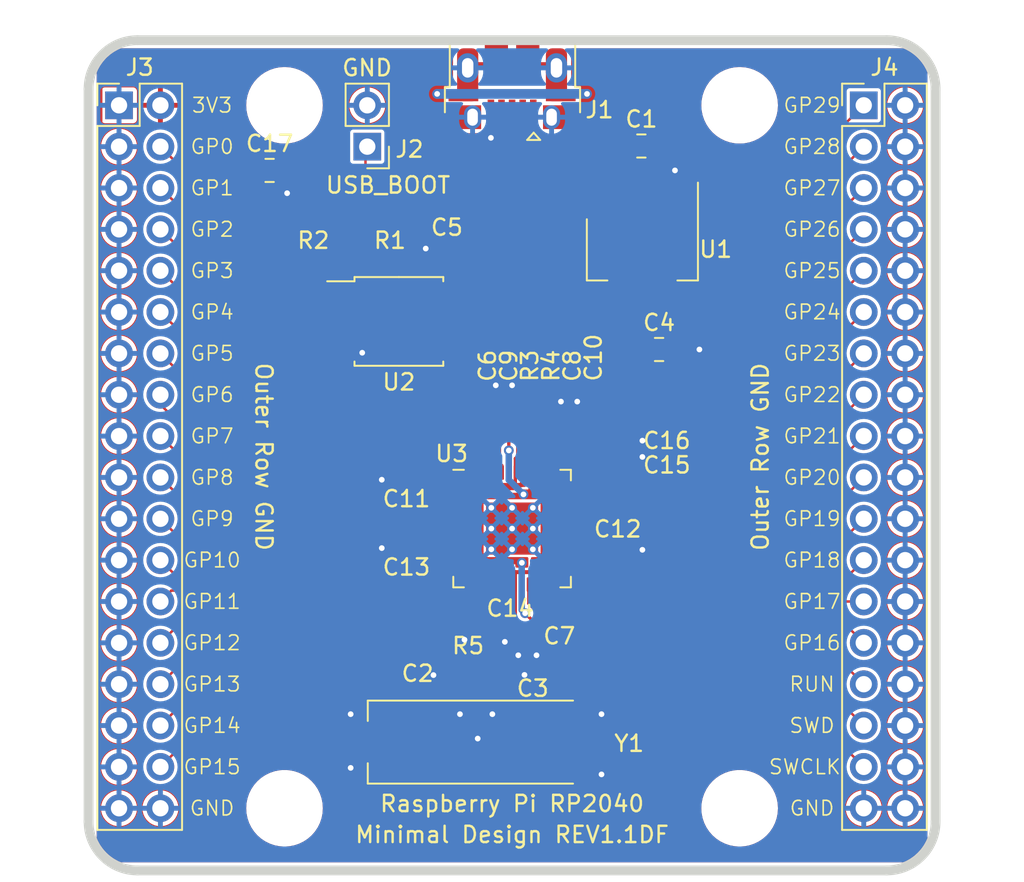
<source format=kicad_pcb>
(kicad_pcb (version 20211014) (generator pcbnew)
  (title_block (title "RP2040 Minimal Design Example") (date "2020-07-13") (rev "REV1") (company "Raspberry Pi (Trading) Ltd"))
  (layers (0 "F.Cu" signal) (31 "B.Cu" signal) (34 "B.Paste" user) (35 "F.Paste" user) (36 "B.SilkS" user "B.Silkscreen") (37 "F.SilkS" user "F.Silkscreen") (38 "B.Mask" user) (39 "F.Mask" user) (44 "Edge.Cuts" user))
  (net 0 "")
  (net 1 "GND")
  (net 2 "VBUS")
  (net 3 "/XIN")
  (net 4 "/XOUT")
  (net 5 "+3V3")
  (net 6 "+1V1")
  (net 7 "Net-(J1-Pad4)")
  (net 8 "/~{USB_BOOT}")
  (net 9 "/GPIO15")
  (net 10 "/GPIO14")
  (net 11 "/GPIO13")
  (net 12 "/GPIO12")
  (net 13 "/GPIO11")
  (net 14 "/GPIO10")
  (net 15 "/GPIO9")
  (net 16 "/GPIO8")
  (net 17 "/GPIO7")
  (net 18 "/GPIO6")
  (net 19 "/GPIO5")
  (net 20 "/GPIO4")
  (net 21 "/GPIO3")
  (net 22 "/GPIO2")
  (net 23 "/GPIO1")
  (net 24 "/GPIO0")
  (net 25 "/GPIO29_ADC3")
  (net 26 "/GPIO28_ADC2")
  (net 27 "/GPIO27_ADC1")
  (net 28 "/GPIO26_ADC0")
  (net 29 "/GPIO25")
  (net 30 "/GPIO24")
  (net 31 "/GPIO23")
  (net 32 "/GPIO22")
  (net 33 "/GPIO21")
  (net 34 "/GPIO20")
  (net 35 "/GPIO19")
  (net 36 "/GPIO18")
  (net 37 "/GPIO17")
  (net 38 "/GPIO16")
  (net 39 "/RUN")
  (net 40 "/SWD")
  (net 41 "/SWCLK")
  (net 42 "/QSPI_SS")
  (net 43 "Net-(R3-Pad2)")
  (net 44 "Net-(R4-Pad2)")
  (net 45 "/QSPI_SD3")
  (net 46 "/QSPI_SCLK")
  (net 47 "/QSPI_SD0")
  (net 48 "/QSPI_SD2")
  (net 49 "/QSPI_SD1")
  (net 50 "/USB_D+")
  (net 51 "/USB_D-")
  (net 52 "Net-(C3-Pad1)")
  (footprint "Capacitor_SMD:C_0805_2012Metric" (layer "F.Cu") (at 109.025 89)
    (fp_text reference "C4")
    (fp_text value "10u")
  )
  (footprint "RP2040_minimal:USB_Micro-B_Amphenol_10103594-0001LF_Horizontal_modified" (layer "F.Cu") (at 100 71.7 180)
    (fp_text reference "J1")
    (fp_text value "USB_B_Micro")
  )
  (footprint "Connector_PinHeader_2.54mm:PinHeader_1x02_P2.54mm_Vertical" (layer "F.Cu") (at 91.11 76.54 180)
    (fp_text reference "J2")
    (fp_text value "Conn_01x02")
  )
  (footprint "Connector_PinHeader_2.54mm:PinHeader_2x18_P2.54mm_Vertical" (layer "F.Cu") (at 75.87 74)
    (fp_text reference "J3")
    (fp_text value "Conn_02x18_Odd_Even")
  )
  (footprint "Capacitor_SMD:C_0402_1005Metric" (layer "F.Cu") (at 104 93.515 90)
    (fp_text reference "C10")
    (fp_text value "1u")
  )
  (footprint "Capacitor_SMD:C_0402_1005Metric" (layer "F.Cu") (at 103 93.515 90)
    (fp_text reference "C8")
    (fp_text value "1u")
  )
  (footprint "Capacitor_SMD:C_0402_1005Metric" (layer "F.Cu") (at 93.515 101.2 180)
    (fp_text reference "C13")
    (fp_text value "100n")
  )
  (footprint "Capacitor_SMD:C_0402_1005Metric" (layer "F.Cu") (at 96.185 82.83 180)
    (fp_text reference "C5")
    (fp_text value "100n")
  )
  (footprint "Capacitor_SMD:C_0402_1005Metric" (layer "F.Cu") (at 89.5 82.315 -90)
    (fp_text reference "R2")
    (fp_text value "DNF")
  )
  (footprint "Connector_PinHeader_2.54mm:PinHeader_2x18_P2.54mm_Vertical" (layer "F.Cu") (at 121.59 74)
    (fp_text reference "J4")
    (fp_text value "Conn_02x18_Odd_Even")
  )
  (footprint "Package_TO_SOT_SMD:SOT-223-3_TabPin2" (layer "F.Cu") (at 108 82.85 -90)
    (fp_text reference "U1")
    (fp_text value "NCP1117-3.3_SOT223")
  )
  (footprint "Package_SO:SOIC-8_5.23x5.23mm_P1.27mm" (layer "F.Cu") (at 93.05 87.275)
    (fp_text reference "U2")
    (fp_text value "W25Q128JVS")
  )
  (footprint "Capacitor_SMD:C_0402_1005Metric" (layer "F.Cu") (at 99.485 109)
    (fp_text reference "C3")
    (fp_text value "27p")
  )
  (footprint "Capacitor_SMD:C_0402_1005Metric" (layer "F.Cu") (at 91 82.315 90)
    (fp_text reference "R1")
    (fp_text value "1k")
  )
  (footprint "Capacitor_SMD:C_0402_1005Metric" (layer "F.Cu") (at 100 92.515 90)
    (fp_text reference "C9")
    (fp_text value "100n")
  )
  (footprint "Capacitor_SMD:C_0402_1005Metric" (layer "F.Cu") (at 106.485 101.2)
    (fp_text reference "C12")
    (fp_text value "100n")
  )
  (footprint "Capacitor_SMD:C_0402_1005Metric" (layer "F.Cu") (at 100.381 106.485 -90)
    (fp_text reference "C14")
    (fp_text value "100n")
  )
  (footprint "Capacitor_SMD:C_0402_1005Metric" (layer "F.Cu") (at 101 93.515 -90)
    (fp_text reference "R3")
    (fp_text value "27")
  )
  (footprint "Capacitor_SMD:C_0402_1005Metric" (layer "F.Cu") (at 101.5 106.485 -90)
    (fp_text reference "C7")
    (fp_text value "100n")
  )
  (footprint "Capacitor_SMD:C_0805_2012Metric" (layer "F.Cu") (at 107.9375 76.5)
    (fp_text reference "C1")
    (fp_text value "10u")
  )
  (footprint "Capacitor_SMD:C_0402_1005Metric" (layer "F.Cu") (at 93.515 97 180)
    (fp_text reference "C11")
    (fp_text value "100n")
  )
  (footprint "Capacitor_SMD:C_0402_1005Metric" (layer "F.Cu") (at 106.485 94.6)
    (fp_text reference "C16")
    (fp_text value "100n")
  )
  (footprint "RP2040_minimal:RP2040-QFN-56" (layer "F.Cu") (at 100 100)
    (fp_text reference "U3")
    (fp_text value "RP2040")
  )
  (footprint "Capacitor_SMD:C_0402_1005Metric" (layer "F.Cu") (at 96.515 109 180)
    (fp_text reference "C2")
    (fp_text value "27p")
  )
  (footprint "MountingHole:MountingHole_2.7mm_M2.5" (layer "F.Cu") (at 113.97 74)
    (fp_text reference "H2" hide)
    (fp_text value "MountingHole")
  )
  (footprint "Capacitor_SMD:C_0402_1005Metric" (layer "F.Cu") (at 102 93.515 -90)
    (fp_text reference "R4")
    (fp_text value "27")
  )
  (footprint "MountingHole:MountingHole_2.7mm_M2.5" (layer "F.Cu") (at 113.97 117.18)
    (fp_text reference "H3" hide)
    (fp_text value "MountingHole")
  )
  (footprint "Capacitor_SMD:C_0402_1005Metric" (layer "F.Cu") (at 99 92.515 90)
    (fp_text reference "C6")
    (fp_text value "100n")
  )
  (footprint "Capacitor_SMD:C_0402_1005Metric" (layer "F.Cu") (at 106.485 96)
    (fp_text reference "C15")
    (fp_text value "100n")
  )
  (footprint "Capacitor_SMD:C_0402_1005Metric" (layer "F.Cu") (at 98.7 107.115 -90)
    (fp_text reference "R5")
    (fp_text value "1k")
  )
  (footprint "MountingHole:MountingHole_2.7mm_M2.5" (layer "F.Cu") (at 86.03 74)
    (fp_text reference "H1" hide)
    (fp_text value "MountingHole")
  )
  (footprint "MountingHole:MountingHole_2.7mm_M2.5" (layer "F.Cu") (at 86.03 117.18)
    (fp_text reference "H4" hide)
    (fp_text value "MountingHole")
  )
  (footprint "RP2040_minimal:Crystal_SMD_HC49-US" (layer "F.Cu") (at 97.841 113.116)
    (fp_text reference "Y1")
    (fp_text value "ABLS-12.000MHZ-B4-T")
  )
  (footprint "Capacitor_SMD:C_0805_2012Metric" (layer "F.Cu") (at 85.115 78)
    (fp_text reference "C17")
    (fp_text value "10u")
  )
  (gr_line (start 123 121) (end 77 121) (layer "Edge.Cuts") (width 0.6))
  (gr_line (start 126 73) (end 126 118) (layer "Edge.Cuts") (width 0.6))
  (gr_line (start 77 70) (end 123 70) (layer "Edge.Cuts") (width 0.6))
  (gr_line (start 74 118) (end 74 73) (layer "Edge.Cuts") (width 0.6))
  (gr_arc (start 126 118) (mid 125.12132 120.12132) (end 123 121) (layer "Edge.Cuts") (width 0.6))
  (gr_arc (start 74 73) (mid 74.87868 70.87868) (end 77 70) (layer "Edge.Cuts") (width 0.6))
  (gr_arc (start 123 70) (mid 125.12132 70.87868) (end 126 73) (layer "Edge.Cuts") (width 0.6))
  (gr_arc (start 77 121) (mid 74.87868 120.12132) (end 74 118) (layer "Edge.Cuts") (width 0.6))
  (gr_text "GP1" (at 81.585 79.08) (layer "F.SilkS") (effects (font (size 0.9 0.9) (thickness 0.1))))
  (gr_text "GP2" (at 81.585 81.62) (layer "F.SilkS") (effects (font (size 0.9 0.9) (thickness 0.1))))
  (gr_text "GP3" (at 81.585 84.16) (layer "F.SilkS") (effects (font (size 0.9 0.9) (thickness 0.1))))
  (gr_text "GP4" (at 81.585 86.7) (layer "F.SilkS") (effects (font (size 0.9 0.9) (thickness 0.1))))
  (gr_text "GP5" (at 81.585 89.24) (layer "F.SilkS") (effects (font (size 0.9 0.9) (thickness 0.1))))
  (gr_text "GP6" (at 81.585 91.78) (layer "F.SilkS") (effects (font (size 0.9 0.9) (thickness 0.1))))
  (gr_text "GP7" (at 81.585 94.32) (layer "F.SilkS") (effects (font (size 0.9 0.9) (thickness 0.1))))
  (gr_text "GP8" (at 81.585 96.86) (layer "F.SilkS") (effects (font (size 0.9 0.9) (thickness 0.1))))
  (gr_text "GP9" (at 81.585 99.4) (layer "F.SilkS") (effects (font (size 0.9 0.9) (thickness 0.1))))
  (gr_text "GP11" (at 81.585 104.48) (layer "F.SilkS") (effects (font (size 0.9 0.9) (thickness 0.1))))
  (gr_text "GP10" (at 81.585 101.94) (layer "F.SilkS") (effects (font (size 0.9 0.9) (thickness 0.1))))
  (gr_text "GP12" (at 81.585 107.02) (layer "F.SilkS") (effects (font (size 0.9 0.9) (thickness 0.1))))
  (gr_text "GP13" (at 81.585 109.56) (layer "F.SilkS") (effects (font (size 0.9 0.9) (thickness 0.1))))
  (gr_text "GP15" (at 81.585 114.64) (layer "F.SilkS") (effects (font (size 0.9 0.9) (thickness 0.1))))
  (gr_text "GP14" (at 81.585 112.1) (layer "F.SilkS") (effects (font (size 0.9 0.9) (thickness 0.1))))
  (gr_text "GP28" (at 118.415 76.54) (layer "F.SilkS") (effects (font (size 0.9 0.9) (thickness 0.1))))
  (gr_text "GP27" (at 118.415 79.08) (layer "F.SilkS") (effects (font (size 0.9 0.9) (thickness 0.1))))
  (gr_text "GP26" (at 118.415 81.62) (layer "F.SilkS") (effects (font (size 0.9 0.9) (thickness 0.1))))
  (gr_text "GP25" (at 118.415 84.16) (layer "F.SilkS") (effects (font (size 0.9 0.9) (thickness 0.1))))
  (gr_text "GP24" (at 118.415 86.7) (layer "F.SilkS") (effects (font (size 0.9 0.9) (thickness 0.1))))
  (gr_text "GP23" (at 118.415 89.24) (layer "F.SilkS") (effects (font (size 0.9 0.9) (thickness 0.1))))
  (gr_text "GP21" (at 118.415 94.32) (layer "F.SilkS") (effects (font (size 0.9 0.9) (thickness 0.1))))
  (gr_text "GP20" (at 118.415 96.86) (layer "F.SilkS") (effects (font (size 0.9 0.9) (thickness 0.1))))
  (gr_text "GP19" (at 118.415 99.4) (layer "F.SilkS") (effects (font (size 0.9 0.9) (thickness 0.1))))
  (gr_text "GP17" (at 118.415 104.48) (layer "F.SilkS") (effects (font (size 0.9 0.9) (thickness 0.1))))
  (gr_text "GP22" (at 118.415 91.78) (layer "F.SilkS") (effects (font (size 0.9 0.9) (thickness 0.1))))
  (gr_text "GP18" (at 118.415 101.94) (layer "F.SilkS") (effects (font (size 0.9 0.9) (thickness 0.1))))
  (gr_text "SWCLK" (at 117.9705 114.64) (layer "F.SilkS") (effects (font (size 0.9 0.9) (thickness 0.1))))
  (gr_text "SWD" (at 118.415 112.1) (layer "F.SilkS") (effects (font (size 0.9 0.9) (thickness 0.1))))
  (gr_text "GP16" (at 118.415 107.02) (layer "F.SilkS") (effects (font (size 0.9 0.9) (thickness 0.1))))
  (gr_text "RUN" (at 118.415 109.56) (layer "F.SilkS") (effects (font (size 0.9 0.9) (thickness 0.1))))
  (gr_text "GND" (at 81.585 117.18) (layer "F.SilkS") (effects (font (size 0.9 0.9) (thickness 0.1))))
  (gr_text "GND" (at 118.415 117.18) (layer "F.SilkS") (effects (font (size 0.9 0.9) (thickness 0.1))))
  (gr_text "GP29" (at 118.415 74) (layer "F.SilkS") (effects (font (size 0.9 0.9) (thickness 0.1))))
  (gr_text "Outer Row GND" (at 84.76 95.59 270) (layer "F.SilkS") (effects (font (size 1 1))))
  (gr_text "Outer Row GND" (at 115.24 95.59 90) (layer "F.SilkS") (effects (font (size 1 1))))
  (gr_text "Raspberry Pi RP2040" (at 100 116.9) (layer "F.SilkS") (effects (font (size 1 1))))
  (gr_text "3V3" (at 81.585 74) (layer "F.SilkS") (effects (font (size 0.9 0.9) (thickness 0.1))))
  (gr_text "\nUSB_BOOT" (at 92.38 78.1) (layer "F.SilkS") (effects (font (size 1 1))))
  (gr_text "GND" (at 91.1 71.7) (layer "F.SilkS") (effects (font (size 1 1))))
  (gr_text "Minimal Design REV1.1DF" (at 100 118.8) (layer "F.SilkS") (effects (font (size 1 1))))
  (gr_text "GP0" (at 81.585 76.54) (layer "F.SilkS") (effects (font (size 0.9 0.9) (thickness 0.1))))
  (segment (start 93.03 101.2) (end 92 101.2) (width 0.2) (layer "F.Cu") (net 1))
  (segment (start 106.97 96) (end 107.6 96) (width 0.15) (layer "F.Cu") (net 1))
  (segment (start 107.6 96) (end 108 95.6) (width 0.15) (layer "F.Cu") (net 1))
  (segment (start 99 113.35) (end 99 114.4) (width 0.2) (layer "F.Cu") (net 1))
  (segment (start 97.54 71.45) (end 97.27 71.72) (width 0.2) (layer "F.Cu") (net 1))
  (segment (start 90.78 89.18) (end 90.8 89.2) (width 0.2) (layer "F.Cu") (net 1))
  (segment (start 108.875 76.875) (end 110 78) (width 0.2) (layer "F.Cu") (net 1))
  (segment (start 107.075 101.305) (end 108 101.305) (width 0.2) (layer "F.Cu") (net 1))
  (segment (start 98.7 74.6) (end 98.7 76) (width 0.2) (layer "F.Cu") (net 1))
  (segment (start 104 93.03) (end 104 92.2) (width 0.2) (layer "F.Cu") (net 1))
  (segment (start 102.46 71.45) (end 102.73 71.72) (width 0.2) (layer "F.Cu") (net 1))
  (segment (start 99.97 108.68) (end 99.5555 108.2655) (width 0.15) (layer "F.Cu") (net 1))
  (segment (start 86.19 79) (end 86.19 79.1) (width 0.15) (layer "F.Cu") (net 1))
  (segment (start 99 92.03) (end 99 91.200008) (width 0.2) (layer "F.Cu") (net 1))
  (segment (start 101.5 106.97) (end 101.5 107.782004) (width 0.2) (layer "F.Cu") (net 1))
  (segment (start 103 93.03) (end 103 92.2) (width 0.2) (layer "F.Cu") (net 1))
  (segment (start 99.5555 108.2655) (end 99.5555 108.0995) (width 0.15) (layer "F.Cu") (net 1))
  (segment (start 99 103.4375) (end 99 104.6545) (width 0.15) (layer "F.Cu") (net 1))
  (segment (start 106.97 101.2) (end 107.075 101.305) (width 0.2) (layer "F.Cu") (net 1))
  (segment (start 99.97 109) (end 100.7505 109) (width 0.15) (layer "F.Cu") (net 1))
  (segment (start 95.7 82.83) (end 95.405 82.83) (width 0.2) (layer "F.Cu") (net 1))
  (segment (start 108.875 76.5) (end 108.875 76.875) (width 0.2) (layer "F.Cu") (net 1))
  (segment (start 100.7505 109) (end 100.762 108.9885) (width 0.15) (layer "F.Cu") (net 1))
  (segment (start 100.381 106.97) (end 100.381 107.781984) (width 0.2) (layer "F.Cu") (net 1))
  (segment (start 95.405 82.83) (end 95.375 82.8) (width 0.2) (layer "F.Cu") (net 1))
  (segment (start 110.3 79.7) (end 110.3 78.3) (width 0.2) (layer "F.Cu") (net 1))
  (segment (start 99.97 109) (end 99.97 108.68) (width 0.15) (layer "F.Cu") (net 1))
  (segment (start 100.96 71.45) (end 102.46 71.45) (width 0.2) (layer "F.Cu") (net 1))
  (segment (start 86.14 78) (end 86.14 79.25) (width 0.15) (layer "F.Cu") (net 1))
  (segment (start 86.14 78.95) (end 86.19 79) (width 0.15) (layer "F.Cu") (net 1))
  (segment (start 96.8 111.65) (end 96.8 110.599974) (width 0.2) (layer "F.Cu") (net 1))
  (segment (start 110.3 78.3) (end 110 78) (width 0.2) (layer "F.Cu") (net 1))
  (segment (start 99.04 71.45) (end 97.54 71.45) (width 0.2) (layer "F.Cu") (net 1))
  (segment (start 93.03 97) (end 92 97) (width 0.2) (layer "F.Cu") (net 1))
  (segment (start 95.375 82.8) (end 94.7 82.8) (width 0.2) (layer "F.Cu") (net 1))
  (segment (start 100 92.03) (end 100 91.2) (width 0.2) (layer "F.Cu") (net 1))
  (segment (start 110.05 89) (end 111.5 89) (width 0.2) (layer "F.Cu") (net 1))
  (segment (start 89.45 89.18) (end 90.78 89.18) (width 0.2) (layer "F.Cu") (net 1))
  (segment (start 106.97 94.6) (end 108 94.6) (width 0.2) (layer "F.Cu") (net 1))
  (segment (start 96.03 109) (end 95.174 109) (width 0.2) (layer "F.Cu") (net 1))
  (segment (start 97.079 106.5755) (end 97.079 106.8295) (width 0.15) (layer "F.Cu") (net 1))
  (segment (start 100.381 107.781984) (end 100.380994 107.78199) (width 0.2) (layer "F.Cu") (net 1))
  (segment (start 99 104.6545) (end 97.079 106.5755) (width 0.15) (layer "F.Cu") (net 1))
  (via (at 99.5555 106.9565) (size 0.6) (drill 0.35) (layers "F.Cu" "B.Cu") (net 1))
  (via (at 97.89 112.9) (size 0.6) (drill 0.35) (layers "F.Cu" "B.Cu") (net 1))
  (via (at 98.79 111.4) (size 0.6) (drill 0.35) (layers "F.Cu" "B.Cu") (net 1))
  (via (at 90.09 114.7) (size 0.6) (drill 0.35) (layers "F.Cu" "B.Cu") (net 1))
  (via (at 90.09 111.4) (size 0.6) (drill 0.35) (layers "F.Cu" "B.Cu") (net 1))
  (via (at 105.49 111.4) (size 0.6) (drill 0.35) (layers "F.Cu" "B.Cu") (net 1))
  (via (at 95.174 109) (size 0.6) (drill 0.35) (layers "F.Cu" "B.Cu") (net 1))
  (via (at 105.49 115.1) (size 0.6) (drill 0.35) (layers "F.Cu" "B.Cu") (net 1))
  (via (at 100.762 108.9885) (size 0.6) (drill 0.35) (layers "F.Cu" "B.Cu") (net 1))
  (via (at 104 92.2) (size 0.6) (drill 0.35) (layers "F.Cu" "B.Cu") (net 1))
  (via (at 96.8 111.4) (size 0.6) (drill 0.35) (layers "F.Cu" "B.Cu") (net 1))
  (via (at 97.079 106.8295) (size 0.6) (drill 0.35) (layers "F.Cu" "B.Cu") (net 1))
  (via (at 108 95.6) (size 0.6) (drill 0.35) (layers "F.Cu" "B.Cu") (net 1))
  (via (at 92 101.2) (size 0.6) (drill 0.35) (layers "F.Cu" "B.Cu") (net 1))
  (via (at 108 101.305) (size 0.6) (drill 0.35) (layers "F.Cu" "B.Cu") (net 1))
  (via (at 92 97) (size 0.6) (drill 0.35) (layers "F.Cu" "B.Cu") (net 1))
  (via (at 101.5 107.782004) (size 0.6) (drill 0.35) (layers "F.Cu" "B.Cu") (net 1))
  (via (at 94.7 82.8) (size 0.6) (drill 0.35) (layers "F.Cu" "B.Cu") (net 1))
  (via (at 100.380994 107.78199) (size 0.6) (drill 0.35) (layers "F.Cu" "B.Cu") (net 1))
  (via (at 108 94.6) (size 0.6) (drill 0.35) (layers "F.Cu" "B.Cu") (net 1))
  (via (at 99 91.200008) (size 0.6) (drill 0.35) (layers "F.Cu" "B.Cu") (net 1))
  (via (at 98.7 76) (size 0.6) (drill 0.35) (layers "F.Cu" "B.Cu") (net 1))
  (via (at 103 92.2) (size 0.6) (drill 0.35) (layers "F.Cu" "B.Cu") (net 1))
  (via (at 111.5 89) (size 0.6) (drill 0.35) (layers "F.Cu" "B.Cu") (net 1))
  (via (at 100 91.2) (size 0.6) (drill 0.35) (layers "F.Cu" "B.Cu") (net 1))
  (via (at 110 78) (size 0.6) (drill 0.35) (layers "F.Cu" "B.Cu") (net 1))
  (via (at 86.19 79.4) (size 0.6) (drill 0.35) (layers "F.Cu" "B.Cu") (net 1))
  (via (at 90.8 89.2) (size 0.6) (drill 0.35) (layers "F.Cu" "B.Cu") (net 1))
  (segment (start 103.299999 92.499999) (end 103 92.2) (width 0.2) (layer "B.Cu") (net 1))
  (segment (start 104 93) (end 103.8 93) (width 0.2) (layer "B.Cu") (net 1))
  (segment (start 103.8 93) (end 103.299999 92.499999) (width 0.2) (layer "B.Cu") (net 1))
  (segment (start 101.3 74.525) (end 101.3 75.5) (width 0.4) (layer "F.Cu") (net 2))
  (segment (start 101.3 75.5) (end 102.1 76.3) (width 0.4) (layer "F.Cu") (net 2))
  (segment (start 99.4 103.4375) (end 99.4 104.937861) (width 0.15) (layer "F.Cu") (net 3))
  (segment (start 99.4 104.937861) (end 97.8 106.537861) (width 0.15) (layer "F.Cu") (net 3))
  (segment (start 97.6505 111.7825) (end 96.317 113.116) (width 0.15) (layer "F.Cu") (net 3))
  (segment (start 97.8 106.537861) (end 97.8 108.2) (width 0.15) (layer "F.Cu") (net 3))
  (segment (start 97 109) (end 97.6505 109.6505) (width 0.15) (layer "F.Cu") (net 3))
  (segment (start 97.8 108.2) (end 97 109) (width 0.15) (layer "F.Cu") (net 3))
  (segment (start 96.317 113.116) (end 93.341 113.116) (width 0.15) (layer "F.Cu") (net 3))
  (segment (start 97.6505 109.6505) (end 97.6505 111.7825) (width 0.15) (layer "F.Cu") (net 3))
  (segment (start 99.8 103.4375) (end 99.8 105.1) (width 0.15) (layer "F.Cu") (net 4))
  (segment (start 98.7 106.2) (end 98.7 106.63) (width 0.15) (layer "F.Cu") (net 4))
  (segment (start 99.8 105.1) (end 98.7 106.2) (width 0.15) (layer "F.Cu") (net 4))
  (segment (start 100.350001 94.112535) (end 100.350001 95.549999) (width 0.2) (layer "F.Cu") (net 5))
  (segment (start 100.2 96.5625) (end 100.2 97.4) (width 0.2) (layer "F.Cu") (net 5))
  (segment (start 101.096505 108.307005) (end 102.141995 108.307005) (width 0.15) (layer "F.Cu") (net 5))
  (segment (start 100.6 97.2) (end 100.4 97.4) (width 0.2) (layer "F.Cu") (net 5))
  (segment (start 100.2 103.4375) (end 100.2 102.8) (width 0.2) (layer "F.Cu") (net 5))
  (segment (start 102.6 96.5625) (end 102.6 97.4) (width 0.2) (layer "F.Cu") (net 5))
  (segment (start 100.6 96.5625) (end 100.6 95.799998) (width 0.2) (layer "F.Cu") (net 5))
  (segment (start 96.5625 97.4) (end 95.7 97.4) (width 0.2) (layer "F.Cu") (net 5))
  (segment (start 102.2 97.2) (end 102.4 97.4) (width 0.2) (layer "F.Cu") (net 5))
  (segment (start 100.2 103.4375) (end 100.2 105.5055) (width 0.2) (layer "F.Cu") (net 5))
  (segment (start 100 93.762534) (end 100.350001 94.112535) (width 0.2) (layer "F.Cu") (net 5))
  (segment (start 103.4375 97.4) (end 102.6 97.4) (width 0.2) (layer "F.Cu") (net 5))
  (segment (start 100.350001 95.549999) (end 100.2 95.7) (width 0.2) (layer "F.Cu") (net 5))
  (segment (start 100 93) (end 100 93.762534) (width 0.2) (layer "F.Cu") (net 5))
  (segment (start 102.2 96.5625) (end 102.2 96.1) (width 0.2) (layer "F.Cu") (net 5))
  (segment (start 100.701 106) (end 100.9525 106.2515) (width 0.15) (layer "F.Cu") (net 5))
  (segment (start 96.5625 101) (end 97.4 101) (width 0.2) (layer "F.Cu") (net 5))
  (segment (start 102.2 96.5625) (end 102.2 97.2) (width 0.2) (layer "F.Cu") (net 5))
  (segment (start 102.2 96.1) (end 103.6 94.7) (width 0.2) (layer "F.Cu") (net 5))
  (segment (start 100.2 95.7) (end 100.2 96.5625) (width 0.2) (layer "F.Cu") (net 5))
  (segment (start 100.381 105.6865) (end 100.381 106) (width 0.2) (layer "F.Cu") (net 5))
  (segment (start 100.6 96.5625) (end 100.6 97.2) (width 0.2) (layer "F.Cu") (net 5))
  (segment (start 96.65 85.37) (end 96.65 82.85) (width 0.2) (layer "F.Cu") (net 5))
  (segment (start 74.7 72.9) (end 74.7 75.2) (width 0.3) (layer "F.Cu") (net 5))
  (segment (start 103.4375 101) (end 102.6 101) (width 0.2) (layer "F.Cu") (net 5))
  (segment (start 100.2 97.4) (end 100.2 97) (width 0.2) (layer "F.Cu") (net 5))
  (segment (start 105.8 101) (end 106 101.2) (width 0.2) (layer "F.Cu") (net 5))
  (segment (start 108 86) (end 108 89) (width 0.2) (layer "F.Cu") (net 5))
  (segment (start 100.9525 108.163) (end 101.096505 108.307005) (width 0.15) (layer "F.Cu") (net 5))
  (segment (start 103.4375 101) (end 105.8 101) (width 0.2) (layer "F.Cu") (net 5))
  (segment (start 96.5625 97.4) (end 97.4 97.4) (width 0.2) (layer "F.Cu") (net 5))
  (segment (start 100.9525 106.2515) (end 100.9525 108.163) (width 0.15) (layer "F.Cu") (net 5))
  (segment (start 94.2 101) (end 94 101.2) (width 0.2) (layer "F.Cu") (net 5))
  (segment (start 96.5625 101) (end 94.2 101) (width 0.2) (layer "F.Cu") (net 5))
  (segment (start 96.65 82.85) (end 96.67 82.83) (width 0.2) (layer "F.Cu") (net 5))
  (segment (start 100.6 95.799998) (end 100.350001 95.549999) (width 0.2) (layer "F.Cu") (net 5))
  (segment (start 100.2 102.8) (end 100 102.6) (width 0.2) (layer "F.Cu") (net 5))
  (segment (start 100.381 106) (end 100.701 106) (width 0.15) (layer "F.Cu") (net 5))
  (segment (start 100.2 105.5055) (end 100.381 105.6865) (width 0.2) (layer "F.Cu") (net 5))
  (via (at 104.6 73.3) (size 0.6) (drill 0.35) (layers "F.Cu" "B.Cu") (net 5))
  (via (at 95.4 73.3) (size 0.6) (drill 0.35) (layers "F.Cu" "B.Cu") (net 5))
  (segment (start 104.6 73.3) (end 95.4 73.3) (width 0.6) (layer "B.Cu") (net 5))
  (segment (start 99.8 96.5625) (end 99.8 95.199994) (width 0.2) (layer "F.Cu") (net 6))
  (segment (start 99 93.295) (end 99.8 94.095) (width 0.2) (layer "F.Cu") (net 6))
  (segment (start 100.6 105) (end 100.8 105.2) (width 0.2) (layer "F.Cu") (net 6))
  (segment (start 100.6 103.4375) (end 100.6 105) (width 0.2) (layer "F.Cu") (net 6))
  (segment (start 99 93) (end 99 93.295) (width 0.2) (layer "F.Cu") (net 6))
  (segment (start 100.5 97.9) (end 100.7 97.9) (width 0.15) (layer "F.Cu") (net 6))
  (segment (start 101.8 96.5625) (end 101.8 97.4) (width 0.2) (layer "F.Cu") (net 6))
  (segment (start 99.8 94.095) (end 99.8 94.77573) (width 0.2) (layer "F.Cu") (net 6))
  (segment (start 101.5 105.9) (end 100.8 105.2) (width 0.2) (layer "F.Cu") (net 6))
  (segment (start 99.8 94.77573) (end 99.8 95.199994) (width 0.2) (layer "F.Cu") (net 6))
  (segment (start 101.8 95.8) (end 103 94.6) (width 0.2) (layer "F.Cu") (net 6))
  (segment (start 101.5 106) (end 101.5 105.9) (width 0.2) (layer "F.Cu") (net 6))
  (segment (start 101.8 96.5625) (end 101.8 95.8) (width 0.2) (layer "F.Cu") (net 6))
  (segment (start 103 94.6) (end 103 94) (width 0.2) (layer "F.Cu") (net 6))
  (segment (start 100.4 98) (end 100.5 97.9) (width 0.15) (layer "F.Cu") (net 6))
  (via (at 99.8 95.199994) (size 0.6) (drill 0.35) (layers "F.Cu" "B.Cu") (net 6))
  (via (at 100.7 97.9) (size 0.6) (drill 0.35) (layers "F.Cu" "B.Cu") (net 6))
  (via (at 100.59997 102.1) (size 0.6) (drill 0.35) (layers "F.Cu" "B.Cu") (net 6))
  (via (at 100.8 105.2) (size 0.6) (drill 0.35) (layers "F.Cu" "B.Cu") (net 6))
  (segment (start 100.69 97.9) (end 100.7 97.9) (width 0.4) (layer "B.Cu") (net 6))
  (segment (start 100.59 104.99) (end 100.59 102.10997) (width 0.4) (layer "B.Cu") (net 6))
  (segment (start 100.59 102.10997) (end 100.59997 102.1) (width 0.4) (layer "B.Cu") (net 6))
  (segment (start 99.8 95.199994) (end 99.8 97.01) (width 0.4) (layer "B.Cu") (net 6))
  (segment (start 100.8 105.2) (end 100.59 104.99) (width 0.4) (layer "B.Cu") (net 6))
  (segment (start 99.8 97.01) (end 100.69 97.9) (width 0.4) (layer "B.Cu") (net 6))
  (segment (start 91 76.65) (end 91.11 76.54) (width 0.15) (layer "F.Cu") (net 8))
  (segment (start 91 81.83) (end 91 76.65) (width 0.15) (layer "F.Cu") (net 8))
  (segment (start 98.6 103.4375) (end 98.6 104.437861) (width 0.15) (layer "F.Cu") (net 9))
  (segment (start 96.687861 106.35) (end 86.7 106.35) (width 0.15) (layer "F.Cu") (net 9))
  (segment (start 86.7 106.35) (end 78.41 114.64) (width 0.15) (layer "F.Cu") (net 9))
  (segment (start 98.6 104.437861) (end 96.687861 106.35) (width 0.15) (layer "F.Cu") (net 9))
  (segment (start 84.795 105.715) (end 78.41 112.1) (width 0.15) (layer "F.Cu") (net 10))
  (segment (start 98.2 103.4375) (end 98.2 104.19) (width 0.15) (layer "F.Cu") (net 10))
  (segment (start 96.675 105.715) (end 84.795 105.715) (width 0.15) (layer "F.Cu") (net 10))
  (segment (start 98.2 104.19) (end 96.675 105.715) (width 0.15) (layer "F.Cu") (net 10))
  (segment (start 96.595 105.08) (end 82.89 105.08) (width 0.15) (layer "F.Cu") (net 11))
  (segment (start 97.8 103.875) (end 96.595 105.08) (width 0.15) (layer "F.Cu") (net 11))
  (segment (start 97.8 103.4375) (end 97.8 103.875) (width 0.15) (layer "F.Cu") (net 11))
  (segment (start 82.89 105.08) (end 78.41 109.56) (width 0.15) (layer "F.Cu") (net 11))
  (segment (start 97.0975 103.5375) (end 96.19 104.445) (width 0.15) (layer "F.Cu") (net 12))
  (segment (start 97.3 103.5375) (end 97.0975 103.5375) (width 0.15) (layer "F.Cu") (net 12))
  (segment (start 97.4 103.4375) (end 97.3 103.5375) (width 0.15) (layer "F.Cu") (net 12))
  (segment (start 96.19 104.445) (end 80.985 104.445) (width 0.15) (layer "F.Cu") (net 12))
  (segment (start 80.985 104.445) (end 78.41 107.02) (width 0.15) (layer "F.Cu") (net 12))
  (segment (start 79.08 103.81) (end 78.41 104.48) (width 0.15) (layer "F.Cu") (net 13))
  (segment (start 96.5625 102.6) (end 96.13 102.6) (width 0.15) (layer "F.Cu") (net 13))
  (segment (start 96.13 102.6) (end 94.92 103.81) (width 0.15) (layer "F.Cu") (net 13))
  (segment (start 94.92 103.81) (end 79.08 103.81) (width 0.15) (layer "F.Cu") (net 13))
  (segment (start 94.285 103.175) (end 79.645 103.175) (width 0.15) (layer "F.Cu") (net 14))
  (segment (start 96.5625 102.2) (end 95.26 102.2) (width 0.15) (layer "F.Cu") (net 14))
  (segment (start 95.26 102.2) (end 94.285 103.175) (width 0.15) (layer "F.Cu") (net 14))
  (segment (start 79.645 103.175) (end 78.41 101.94) (width 0.15) (layer "F.Cu") (net 14))
  (segment (start 94.285 102.54) (end 81.55 102.54) (width 0.15) (layer "F.Cu") (net 15))
  (segment (start 81.55 102.54) (end 78.41 99.4) (width 0.15) (layer "F.Cu") (net 15))
  (segment (start 96.5625 101.8) (end 95.025 101.8) (width 0.15) (layer "F.Cu") (net 15))
  (segment (start 95.025 101.8) (end 94.285 102.54) (width 0.15) (layer "F.Cu") (net 15))
  (segment (start 94.79 101.4) (end 94.285 101.905) (width 0.15) (layer "F.Cu") (net 16))
  (segment (start 96.5625 101.4) (end 94.79 101.4) (width 0.15) (layer "F.Cu") (net 16))
  (segment (start 94.285 101.905) (end 83.455 101.905) (width 0.15) (layer "F.Cu") (net 16))
  (segment (start 83.455 101.905) (end 78.41 96.86) (width 0.15) (layer "F.Cu") (net 16))
  (segment (start 84.69 100.6) (end 78.41 94.32) (width 0.15) (layer "F.Cu") (net 17))
  (segment (start 96.5625 100.6) (end 84.69 100.6) (width 0.15) (layer "F.Cu") (net 17))
  (segment (start 78.41 92.38) (end 78.41 91.78) (width 0.15) (layer "F.Cu") (net 18))
  (segment (start 96.5625 100.2) (end 86.23 100.2) (width 0.15) (layer "F.Cu") (net 18))
  (segment (start 86.23 100.2) (end 78.41 92.38) (width 0.15) (layer "F.Cu") (net 18))
  (segment (start 79.68 92.38) (end 79.68 90.51) (width 0.15) (layer "F.Cu") (net 19))
  (segment (start 79.68 90.51) (end 78.41 89.24) (width 0.15) (layer "F.Cu") (net 19))
  (segment (start 96.5625 99.8) (end 87.1 99.8) (width 0.15) (layer "F.Cu") (net 19))
  (segment (start 87.1 99.8) (end 79.68 92.38) (width 0.15) (layer "F.Cu") (net 19))
  (segment (start 80.95 92.38) (end 80.95 89.24) (width 0.15) (layer "F.Cu") (net 20))
  (segment (start 80.95 89.24) (end 78.41 86.7) (width 0.15) (layer "F.Cu") (net 20))
  (segment (start 87.97 99.4) (end 80.95 92.38) (width 0.15) (layer "F.Cu") (net 20))
  (segment (start 96.5625 99.4) (end 87.97 99.4) (width 0.15) (layer "F.Cu") (net 20))
  (segment (start 88.84 99) (end 82.22 92.38) (width 0.15) (layer "F.Cu") (net 21))
  (segment (start 82.22 87.9525) (end 78.4275 84.16) (width 0.15) (layer "F.Cu") (net 21))
  (segment (start 96.5625 99) (end 88.84 99) (width 0.15) (layer "F.Cu") (net 21))
  (segment (start 82.22 92.38) (end 82.22 87.9525) (width 0.15) (layer "F.Cu") (net 21))
  (segment (start 78.4275 84.16) (end 78.41 84.16) (width 0.15) (layer "F.Cu") (net 21))
  (segment (start 89.71 98.6) (end 83.49 92.38) (width 0.15) (layer "F.Cu") (net 22))
  (segment (start 83.49 92.38) (end 83.49 86.6825) (width 0.15) (layer "F.Cu") (net 22))
  (segment (start 96.5625 98.6) (end 89.71 98.6) (width 0.15) (layer "F.Cu") (net 22))
  (segment (start 78.4275 81.62) (end 78.41 81.62) (width 0.15) (layer "F.Cu") (net 22))
  (segment (start 83.49 86.6825) (end 78.4275 81.62) (width 0.15) (layer "F.Cu") (net 22))
  (segment (start 96.5625 98.2) (end 90.58 98.2) (width 0.15) (layer "F.Cu") (net 23))
  (segment (start 78.4275 79.08) (end 78.41 79.08) (width 0.15) (layer "F.Cu") (net 23))
  (segment (start 84.76 85.4125) (end 78.4275 79.08) (width 0.15) (layer "F.Cu") (net 23))
  (segment (start 90.58 98.2) (end 84.76 92.38) (width 0.15) (layer "F.Cu") (net 23))
  (segment (start 84.76 92.38) (end 84.76 85.4125) (width 0.15) (layer "F.Cu") (net 23))
  (segment (start 96.5625 97.8) (end 91.45 97.8) (width 0.15) (layer "F.Cu") (net 24))
  (segment (start 86.03 92.38) (end 86.03 84.16) (width 0.15) (layer "F.Cu") (net 24))
  (segment (start 91.45 97.8) (end 86.03 92.38) (width 0.15) (layer "F.Cu") (net 24))
  (segment (start 86.03 84.16) (end 78.41 76.54) (width 0.15) (layer "F.Cu") (net 24))
  (segment (start 106.645 97.8) (end 112.065 92.38) (width 0.15) (layer "F.Cu") (net 25))
  (segment (start 121.58125 74) (end 121.59 74) (width 0.15) (layer "F.Cu") (net 25))
  (segment (start 112.065 83.51625) (end 121.58125 74) (width 0.15) (layer "F.Cu") (net 25))
  (segment (start 112.065 92.38) (end 112.065 83.51625) (width 0.15) (layer "F.Cu") (net 25))
  (segment (start 103.4375 97.8) (end 106.645 97.8) (width 0.15) (layer "F.Cu") (net 25))
  (segment (start 107.515 98.2) (end 113.335 92.38) (width 0.15) (layer "F.Cu") (net 26))
  (segment (start 113.335 92.38) (end 113.335 84.795) (width 0.15) (layer "F.Cu") (net 26))
  (segment (start 103.4375 98.2) (end 107.515 98.2) (width 0.15) (layer "F.Cu") (net 26))
  (segment (start 120.93 77.2) (end 121.59 76.54) (width 0.15) (layer "F.Cu") (net 26))
  (segment (start 113.335 84.795) (end 120.93 77.2) (width 0.15) (layer "F.Cu") (net 26))
  (segment (start 103.4375 98.6) (end 108.385 98.6) (width 0.15) (layer "F.Cu") (net 27))
  (segment (start 108.385 98.6) (end 114.605 92.38) (width 0.15) (layer "F.Cu") (net 27))
  (segment (start 120.92 79.75) (end 121.59 79.08) (width 0.15) (layer "F.Cu") (net 27))
  (segment (start 114.605 92.38) (end 114.605 86.065) (width 0.15) (layer "F.Cu") (net 27))
  (segment (start 114.605 86.065) (end 120.92 79.75) (width 0.15) (layer "F.Cu") (net 27))
  (segment (start 115.875 92.3975) (end 115.875 87.335) (width 0.15) (layer "F.Cu") (net 28))
  (segment (start 120.92 82.29) (end 121.59 81.62) (width 0.15) (layer "F.Cu") (net 28))
  (segment (start 115.875 87.335) (end 120.92 82.29) (width 0.15) (layer "F.Cu") (net 28))
  (segment (start 109.2725 99) (end 115.875 92.3975) (width 0.15) (layer "F.Cu") (net 28))
  (segment (start 103.4375 99) (end 109.2725 99) (width 0.15) (layer "F.Cu") (net 28))
  (segment (start 110.125 99.4) (end 117.145 92.38) (width 0.15) (layer "F.Cu") (net 29))
  (segment (start 103.4375 99.4) (end 110.125 99.4) (width 0.15) (layer "F.Cu") (net 29))
  (segment (start 117.145 92.38) (end 117.145 88.605) (width 0.15) (layer "F.Cu") (net 29))
  (segment (start 117.145 88.605) (end 120.92 84.83) (width 0.15) (layer "F.Cu") (net 29))
  (segment (start 120.92 84.83) (end 121.59 84.16) (width 0.15) (layer "F.Cu") (net 29))
  (segment (start 118.415 89.875) (end 120.92 87.37) (width 0.15) (layer "F.Cu") (net 30))
  (segment (start 110.995 99.8) (end 118.415 92.38) (width 0.15) (layer "F.Cu") (net 30))
  (segment (start 120.92 87.37) (end 121.59 86.7) (width 0.15) (layer "F.Cu") (net 30))
  (segment (start 118.415 92.38) (end 118.415 89.875) (width 0.15) (layer "F.Cu") (net 30))
  (segment (start 103.4375 99.8) (end 110.995 99.8) (width 0.15) (layer "F.Cu") (net 30))
  (segment (start 119.685 92.38) (end 111.865 100.2) (width 0.15) (layer "F.Cu") (net 31))
  (segment (start 121.59 89.24) (end 119.685 91.145) (width 0.15) (layer "F.Cu") (net 31))
  (segment (start 119.685 91.145) (end 119.685 92.38) (width 0.15) (layer "F.Cu") (net 31))
  (segment (start 111.865 100.2) (end 105.2 100.2) (width 0.15) (layer "F.Cu") (net 31))
  (segment (start 105.2 100.2) (end 103.4375 100.2) (width 0.15) (layer "F.Cu") (net 31))
  (segment (start 103.4375 100.6) (end 112.77 100.6) (width 0.15) (layer "F.Cu") (net 32))
  (segment (start 112.77 100.6) (end 120.32 93.05) (width 0.15) (layer "F.Cu") (net 32))
  (segment (start 120.32 93.05) (end 121.59 91.78) (width 0.15) (layer "F.Cu") (net 32))
  (segment (start 103.4375 101.4) (end 104.56875 101.4) (width 0.15) (layer "F.Cu") (net 33))
  (segment (start 120.32 95.59) (end 121.59 94.32) (width 0.15) (layer "F.Cu") (net 33))
  (segment (start 104.56875 101.4) (end 105.10875 101.94) (width 0.15) (layer "F.Cu") (net 33))
  (segment (start 113.97 101.94) (end 120.32 95.59) (width 0.15) (layer "F.Cu") (net 33))
  (segment (start 105.10875 101.94) (end 113.97 101.94) (width 0.15) (layer "F.Cu") (net 33))
  (segment (start 105.08 102.575) (end 115.875 102.575) (width 0.15) (layer "F.Cu") (net 34))
  (segment (start 120.32 98.13) (end 121.59 96.86) (width 0.15) (layer "F.Cu") (net 34))
  (segment (start 103.4375 101.8) (end 104.305 101.8) (width 0.15) (layer "F.Cu") (net 34))
  (segment (start 115.875 102.575) (end 120.32 98.13) (width 0.15) (layer "F.Cu") (net 34))
  (segment (start 104.305 101.8) (end 105.08 102.575) (width 0.15) (layer "F.Cu") (net 34))
  (segment (start 104.07 102.2) (end 105.08 103.21) (width 0.15) (layer "F.Cu") (net 35))
  (segment (start 103.4375 102.2) (end 104.07 102.2) (width 0.15) (layer "F.Cu") (net 35))
  (segment (start 117.78 103.21) (end 120.32 100.67) (width 0.15) (layer "F.Cu") (net 35))
  (segment (start 120.32 100.67) (end 121.59 99.4) (width 0.15) (layer "F.Cu") (net 35))
  (segment (start 105.08 103.21) (end 117.78 103.21) (width 0.15) (layer "F.Cu") (net 35))
  (segment (start 121.59 101.94) (end 119.685 103.845) (width 0.15) (layer "F.Cu") (net 36))
  (segment (start 119.685 103.845) (end 105.08 103.845) (width 0.15) (layer "F.Cu") (net 36))
  (segment (start 105.08 103.845) (end 103.835 102.6) (width 0.15) (layer "F.Cu") (net 36))
  (segment (start 103.835 102.6) (end 103.4375 102.6) (width 0.15) (layer "F.Cu") (net 36))
  (segment (start 104.385181 104.48) (end 121.59 104.48) (width 0.15) (layer "F.Cu") (net 37))
  (segment (start 102.6 103.4375) (end 103.342681 103.4375) (width 0.15) (layer "F.Cu") (net 37))
  (segment (start 103.342681 103.4375) (end 104.385181 104.48) (width 0.15) (layer "F.Cu") (net 37))
  (segment (start 103.315 105.115) (end 102.2 104) (width 0.15) (layer "F.Cu") (net 38))
  (segment (start 119.685 105.115) (end 103.315 105.115) (width 0.15) (layer "F.Cu") (net 38))
  (segment (start 121.59 107.02) (end 119.685 105.115) (width 0.15) (layer "F.Cu") (net 38))
  (segment (start 102.2 104) (end 102.2 103.4375) (width 0.15) (layer "F.Cu") (net 38))
  (segment (start 103.35 105.75) (end 101.8 104.2) (width 0.15) (layer "F.Cu") (net 39))
  (segment (start 101.8 104.2) (end 101.8 103.4375) (width 0.15) (layer "F.Cu") (net 39))
  (segment (start 117.78 105.75) (end 103.35 105.75) (width 0.15) (layer "F.Cu") (net 39))
  (segment (start 121.59 109.56) (end 117.78 105.75) (width 0.15) (layer "F.Cu") (net 39))
  (segment (start 115.875 106.385) (end 103.385 106.385) (width 0.15) (layer "F.Cu") (net 40))
  (segment (start 103.385 106.385) (end 101.4 104.4) (width 0.15) (layer "F.Cu") (net 40))
  (segment (start 101.4 104.4) (end 101.4 103.4375) (width 0.15) (layer "F.Cu") (net 40))
  (segment (start 121.59 112.1) (end 115.875 106.385) (width 0.15) (layer "F.Cu") (net 40))
  (segment (start 113.97 107.02) (end 103.408501 107.02) (width 0.15) (layer "F.Cu") (net 41))
  (segment (start 103.408501 107.02) (end 101 104.611499) (width 0.15) (layer "F.Cu") (net 41))
  (segment (start 121.59 114.64) (end 113.97 107.02) (width 0.15) (layer "F.Cu") (net 41))
  (segment (start 101 104.611499) (end 101 103.4375) (width 0.15) (layer "F.Cu") (net 41))
  (segment (start 97.4 96.6) (end 97.4 96.6275) (width 0.15) (layer "F.Cu") (net 42))
  (segment (start 89.45 85.37) (end 88.93 85.37) (width 0.15) (layer "F.Cu") (net 42))
  (segment (start 89.45 85.37) (end 89.45 82.85) (width 0.15) (layer "F.Cu") (net 42))
  (segment (start 89.45 82.85) (end 89.5 82.8) (width 0.15) (layer "F.Cu") (net 42))
  (segment (start 89.5 82.8) (end 91 82.8) (width 0.15) (layer "F.Cu") (net 42))
  (segment (start 88.6 91.3) (end 92.3 91.3) (width 0.15) (layer "F.Cu") (net 42))
  (segment (start 87.5 90.2) (end 88.6 91.3) (width 0.15) (layer "F.Cu") (net 42))
  (segment (start 97.4 96.4) (end 97.4 96.6) (width 0.15) (layer "F.Cu") (net 42))
  (segment (start 92.3 91.3) (end 97.4 96.4) (width 0.15) (layer "F.Cu") (net 42))
  (segment (start 87.5 86.8) (end 87.5 90.2) (width 0.15) (layer "F.Cu") (net 42))
  (segment (start 88.93 85.37) (end 87.5 86.8) (width 0.15) (layer "F.Cu") (net 42))
  (segment (start 101 96.5625) (end 101 94) (width 0.2) (layer "F.Cu") (net 43))
  (segment (start 101.4 96.5625) (end 101.4 95.3) (width 0.2) (layer "F.Cu") (net 44))
  (segment (start 102 94.7) (end 102 94) (width 0.2) (layer "F.Cu") (net 44))
  (segment (start 101.4 95.3) (end 102 94.7) (width 0.2) (layer "F.Cu") (net 44))
  (segment (start 97.9 91.1) (end 98.4 90.6) (width 0.15) (layer "F.Cu") (net 45))
  (segment (start 99.4 96.125) (end 99.251321 95.976321) (width 0.15) (layer "F.Cu") (net 45))
  (segment (start 99.251321 94.251321) (end 97.9 92.9) (width 0.15) (layer "F.Cu") (net 45))
  (segment (start 97.9 92.9) (end 97.9 91.1) (width 0.15) (layer "F.Cu") (net 45))
  (segment (start 99.251321 95.976321) (end 99.251321 94.251321) (width 0.15) (layer "F.Cu") (net 45))
  (segment (start 98.4 90.6) (end 98.4 87.8) (width 0.15) (layer "F.Cu") (net 45))
  (segment (start 99.4 96.5625) (end 99.4 96.125) (width 0.15) (layer "F.Cu") (net 45))
  (segment (start 98.4 87.8) (end 97.24 86.64) (width 0.15) (layer "F.Cu") (net 45))
  (segment (start 97.24 86.64) (end 96.65 86.64) (width 0.15) (layer "F.Cu") (net 45))
  (segment (start 97.21 87.91) (end 96.65 87.91) (width 0.15) (layer "F.Cu") (net 46))
  (segment (start 99 96.5725) (end 98.95131 96.52381) (width 0.15) (layer "F.Cu") (net 46))
  (segment (start 97.8 88.5) (end 97.21 87.91) (width 0.15) (layer "F.Cu") (net 46))
  (segment (start 97.3 90.9) (end 97.8 90.4) (width 0.15) (layer "F.Cu") (net 46))
  (segment (start 97.8 90.4) (end 97.8 88.5) (width 0.15) (layer "F.Cu") (net 46))
  (segment (start 98.95131 96.52381) (end 98.95131 94.75131) (width 0.15) (layer "F.Cu") (net 46))
  (segment (start 97.3 93.1) (end 97.3 90.9) (width 0.15) (layer "F.Cu") (net 46))
  (segment (start 98.95131 94.75131) (end 97.3 93.1) (width 0.15) (layer "F.Cu") (net 46))
  (segment (start 98.6 95.2) (end 96.7 93.3) (width 0.15) (layer "F.Cu") (net 47))
  (segment (start 98.6 96.5725) (end 98.6 95.2) (width 0.15) (layer "F.Cu") (net 47))
  (segment (start 96.7 93.3) (end 96.7 89.23) (width 0.15) (layer "F.Cu") (net 47))
  (segment (start 96.7 89.23) (end 96.65 89.18) (width 0.15) (layer "F.Cu") (net 47))
  (segment (start 90.51 87.91) (end 89.45 87.91) (width 0.15) (layer "F.Cu") (net 48))
  (segment (start 98.2 95.6) (end 90.51 87.91) (width 0.15) (layer "F.Cu") (net 48))
  (segment (start 98.2 96.5725) (end 98.2 95.6) (width 0.15) (layer "F.Cu") (net 48))
  (segment (start 89 90.7) (end 88.1 89.8) (width 0.15) (layer "F.Cu") (net 49))
  (segment (start 97.8 96) (end 92.5 90.7) (width 0.15) (layer "F.Cu") (net 49))
  (segment (start 88.1 87.5) (end 88.96 86.64) (width 0.15) (layer "F.Cu") (net 49))
  (segment (start 88.96 86.64) (end 89.45 86.64) (width 0.15) (layer "F.Cu") (net 49))
  (segment (start 88.1 89.8) (end 88.1 87.5) (width 0.15) (layer "F.Cu") (net 49))
  (segment (start 92.5 90.7) (end 89 90.7) (width 0.15) (layer "F.Cu") (net 49))
  (segment (start 97.8 96.5725) (end 97.8 96) (width 0.15) (layer "F.Cu") (net 49))
  (segment (start 100 75.8) (end 99.725 76.075) (width 0.4) (layer "F.Cu") (net 50))
  (segment (start 101.025 83.896752) (end 99.725 82.596752) (width 0.8) (layer "F.Cu") (net 50))
  (segment (start 101 93.03) (end 101.025 93.005) (width 0.8) (layer "F.Cu") (net 50))
  (segment (start 101.025 93.005) (end 101.025 83.896752) (width 0.8) (layer "F.Cu") (net 50))
  (segment (start 99.725 82.596752) (end 99.725 76.4) (width 0.8) (layer "F.Cu") (net 50))
  (segment (start 99.725 76.075) (end 99.725 76.4) (width 0.4) (layer "F.Cu") (net 50))
  (segment (start 100 74.525) (end 100 75.8) (width 0.4) (layer "F.Cu") (net 50))
  (segment (start 100.65 76.375) (end 100.675 76.4) (width 0.4) (layer "F.Cu") (net 51))
  (segment (start 100.675 82.203248) (end 100.675 76.4) (width 0.8) (layer "F.Cu") (net 51))
  (segment (start 102 93.03) (end 101.975 93.005) (width 0.8) (layer "F.Cu") (net 51))
  (segment (start 101.975 83.503248) (end 100.675 82.203248) (width 0.8) (layer "F.Cu") (net 51))
  (segment (start 100.65 74.525) (end 100.65 76.375) (width 0.4) (layer "F.Cu") (net 51))
  (segment (start 101.975 93.005) (end 101.975 83.503248) (width 0.8) (layer "F.Cu") (net 51))
  (segment (start 99 108.5) (end 99 109) (width 0.15) (layer "F.Cu") (net 52))
  (segment (start 98.7 108.2) (end 99 108.5) (width 0.15) (layer "F.Cu") (net 52))
  (segment (start 98.7 107.6) (end 98.7 108.2) (width 0.15) (layer "F.Cu") (net 52))
  (segment (start 99.365 113.116) (end 102.341 113.116) (width 0.15) (layer "F.Cu") (net 52))
  (segment (start 99 109) (end 98.8025 109) (width 0.15) (layer "F.Cu") (net 52))
  (segment (start 98.8025 109) (end 98.0315 109.771) (width 0.15) (layer "F.Cu") (net 52))
  (segment (start 98.0315 111.7825) (end 99.365 113.116) (width 0.15) (layer "F.Cu") (net 52))
  (segment (start 98.0315 109.771) (end 98.0315 111.7825) (width 0.15) (layer "F.Cu") (net 52))
  (zone (net 2) (net_name "VBUS") (layer "F.Cu") (priority 2) (connect_pads (clearance 0.2)) (min_thickness 0.25) (fill yes (thermal_gap 0.508) (thermal_bridge_width 0.508))
    (polygon (pts (xy 108 78) (xy 106.1 78) (xy 106.1 81.6) (xy 101.7 81.6) (xy 101.7 75.8) (xy 104.3 75.8) (xy 104.3 75) (xy 108 75)))
  )
  (zone (net 6) (net_name "+1V1") (layer "F.Cu") (priority 1) (connect_pads yes (clearance 0.15)) (min_thickness 0.15) (fill yes (thermal_gap 0.508) (thermal_bridge_width 0.508))
    (polygon (pts (xy 102 98.2) (xy 98.4 98.2) (xy 98.4 101.6) (xy 101 101.6) (xy 101 102.4) (xy 100.2 102.4) (xy 100.2 102.2) (xy 97.8 102.2) (xy 97.8 97.8) (xy 100.6 97.8) (xy 100.6 97.6) (xy 101 97.6) (xy 101 97.2) (xy 102 97.2)))
  )
  (zone (net 5) (net_name "+3V3") (layer "F.Cu") (connect_pads yes (clearance 0.15)) (min_thickness 0.15) (fill yes (thermal_gap 0.508) (thermal_bridge_width 0.508))
    (polygon (pts (xy 102.8 102.8) (xy 97.2 102.8) (xy 97.2 97.2) (xy 100 97.2) (xy 100.8 97.2) (xy 102.8 97.2)))
  )
  (zone (net 5) (net_name "+3V3") (layer "F.Cu") (connect_pads (clearance 0.25)) (min_thickness 0.2) (fill yes (thermal_gap 0.3) (thermal_bridge_width 0.3))
    (polygon (pts (xy 125.5 120.5) (xy 74.5 120.5) (xy 74.5 70.5) (xy 125.5 70.5)))
    (polygon (pts (xy 120.32 74) (xy 111.43 82.89) (xy 111.43 92.415) (xy 105.715 98.13) (xy 103.81 98.13) (xy 103.81 103.845) (xy 96.19 103.845) (xy 96.19 98.13) (xy 93.015 98.13) (xy 86.665 91.78) (xy 86.665 83.525) (xy 79.68 76.54) (xy 78.41 76.54) (xy 78.41 114.64) (xy 79.68 114.64) (xy 87.3 107.02) (xy 101.905 107.02) (xy 102.54 107.655) (xy 113.335 107.655) (xy 120.32 114.64) (xy 121.59 114.64) (xy 121.59 74)))
    (polygon (pts (xy 98.8 76.2) (xy 98.8 85.2) (xy 88.4 85.2) (xy 87.1 86.4) (xy 87.1 90.4) (xy 88.6 91.8) (xy 92.1 91.8) (xy 97.1 96.8) (xy 101.1 96.8) (xy 101.1 92.2) (xy 102.9 92.2) (xy 102.9 83) (xy 101.7 81.8) (xy 101.7 76.2)))
  )
  (zone (net 1) (net_name "GND") (layer "F.Cu") (priority 1) (connect_pads (clearance 0.25)) (min_thickness 0.254) (fill yes (thermal_gap 0.5) (thermal_bridge_width 0.5))
    (polygon (pts (xy 105.99 108.6) (xy 105.99 116) (xy 89.59 116) (xy 89.59 106.7) (xy 96.69 106.7) (xy 98.79 104.6) (xy 99.99 104.6) (xy 99.99 108.6)))
  )
  (zone (net 1) (net_name "GND") (layer "B.Cu") (connect_pads (clearance 0.2)) (min_thickness 0.2) (fill yes (thermal_gap 0.3) (thermal_bridge_width 0.3))
    (polygon (pts (xy 125.5 120.5) (xy 74.5 120.5) (xy 74.5 70.5) (xy 125.5 70.5)))
  )
)
</source>
